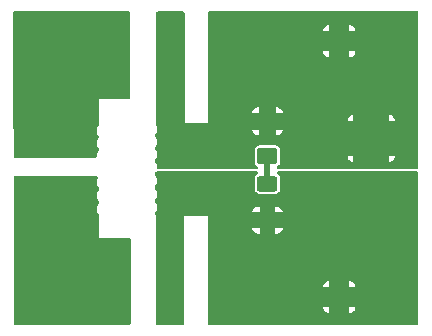
<source format=gbr>
%TF.GenerationSoftware,KiCad,Pcbnew,8.0.1*%
%TF.CreationDate,2024-04-06T18:31:26-05:00*%
%TF.ProjectId,Banana to Screw Terminal,42616e61-6e61-4207-946f-205363726577,2*%
%TF.SameCoordinates,Original*%
%TF.FileFunction,Copper,L1,Top*%
%TF.FilePolarity,Positive*%
%FSLAX46Y46*%
G04 Gerber Fmt 4.6, Leading zero omitted, Abs format (unit mm)*
G04 Created by KiCad (PCBNEW 8.0.1) date 2024-04-06 18:31:26*
%MOMM*%
%LPD*%
G01*
G04 APERTURE LIST*
G04 Aperture macros list*
%AMRoundRect*
0 Rectangle with rounded corners*
0 $1 Rounding radius*
0 $2 $3 $4 $5 $6 $7 $8 $9 X,Y pos of 4 corners*
0 Add a 4 corners polygon primitive as box body*
4,1,4,$2,$3,$4,$5,$6,$7,$8,$9,$2,$3,0*
0 Add four circle primitives for the rounded corners*
1,1,$1+$1,$2,$3*
1,1,$1+$1,$4,$5*
1,1,$1+$1,$6,$7*
1,1,$1+$1,$8,$9*
0 Add four rect primitives between the rounded corners*
20,1,$1+$1,$2,$3,$4,$5,0*
20,1,$1+$1,$4,$5,$6,$7,0*
20,1,$1+$1,$6,$7,$8,$9,0*
20,1,$1+$1,$8,$9,$2,$3,0*%
G04 Aperture macros list end*
%TA.AperFunction,ComponentPad*%
%ADD10R,3.000000X3.000000*%
%TD*%
%TA.AperFunction,ComponentPad*%
%ADD11C,3.000000*%
%TD*%
%TA.AperFunction,ComponentPad*%
%ADD12R,1.700000X1.700000*%
%TD*%
%TA.AperFunction,ComponentPad*%
%ADD13C,0.800000*%
%TD*%
%TA.AperFunction,ComponentPad*%
%ADD14C,6.400000*%
%TD*%
%TA.AperFunction,SMDPad,CuDef*%
%ADD15RoundRect,0.250000X0.625000X-0.400000X0.625000X0.400000X-0.625000X0.400000X-0.625000X-0.400000X0*%
%TD*%
%TA.AperFunction,SMDPad,CuDef*%
%ADD16RoundRect,0.250001X-0.624999X0.462499X-0.624999X-0.462499X0.624999X-0.462499X0.624999X0.462499X0*%
%TD*%
%TA.AperFunction,ViaPad*%
%ADD17C,0.800000*%
%TD*%
%TA.AperFunction,Conductor*%
%ADD18C,0.250000*%
%TD*%
%TA.AperFunction,Conductor*%
%ADD19C,0.500000*%
%TD*%
G04 APERTURE END LIST*
D10*
%TO.P,J1,1,Pin_1*%
%TO.N,GND*%
X155575000Y-96901000D03*
D11*
%TO.P,J1,2,Pin_2*%
%TO.N,/Positive*%
X155575000Y-101981000D03*
%TD*%
D12*
%TO.P,J3,1,Pin_1*%
%TO.N,GND*%
X152882600Y-88671400D03*
%TD*%
D13*
%TO.P,H1,1,1*%
%TO.N,/Positive*%
X126600138Y-108968250D03*
X127303082Y-107271194D03*
X127303082Y-110665306D03*
X129000138Y-106568250D03*
D14*
X129000138Y-108968250D03*
D13*
X129000138Y-111368250D03*
X130697194Y-107271194D03*
X130697194Y-110665306D03*
X131400138Y-108968250D03*
%TD*%
D12*
%TO.P,J2,1,Pin_1*%
%TO.N,/Positive*%
X152882600Y-110337600D03*
%TD*%
D15*
%TO.P,R1,1*%
%TO.N,/Positive*%
X146790000Y-103820000D03*
%TO.P,R1,2*%
%TO.N,Net-(D1-A)*%
X146790000Y-100720000D03*
%TD*%
D13*
%TO.P,H2,1,1*%
%TO.N,GND*%
X126600138Y-89918250D03*
X127303082Y-88221194D03*
X127303082Y-91615306D03*
X129000138Y-87518250D03*
D14*
X129000138Y-89918250D03*
D13*
X129000138Y-92318250D03*
X130697194Y-88221194D03*
X130697194Y-91615306D03*
X131400138Y-89918250D03*
%TD*%
D16*
%TO.P,D1,1,K*%
%TO.N,GND*%
X146790000Y-95432500D03*
%TO.P,D1,2,A*%
%TO.N,Net-(D1-A)*%
X146790000Y-98407500D03*
%TD*%
D17*
%TO.N,GND*%
X144856200Y-86588600D03*
X144856200Y-95250000D03*
X144856200Y-88320880D03*
X144856200Y-90053160D03*
X144856200Y-91785440D03*
X144856200Y-93517720D03*
%TO.N,/Positive*%
X144856200Y-110535720D03*
X144856200Y-105415080D03*
X144856200Y-107121960D03*
X144856200Y-103708200D03*
X144856200Y-108828840D03*
X144856200Y-112242600D03*
%TD*%
D18*
%TO.N,GND*%
X138500000Y-88450000D02*
X138500000Y-91250000D01*
D19*
%TO.N,Net-(D1-A)*%
X146790000Y-98407500D02*
X146790000Y-100720000D01*
%TD*%
%TA.AperFunction,Conductor*%
%TO.N,/Positive*%
G36*
X133225000Y-106000000D02*
G01*
X133225000Y-112689747D01*
X125455059Y-112689455D01*
X125388021Y-112669768D01*
X125342268Y-112616962D01*
X125331064Y-112565740D01*
X125315796Y-105928517D01*
X125313744Y-105036255D01*
X125575000Y-104775000D01*
X132000000Y-104775000D01*
X133225000Y-106000000D01*
G37*
%TD.AperFunction*%
%TD*%
%TA.AperFunction,Conductor*%
%TO.N,GND*%
G36*
X133325000Y-92575000D02*
G01*
X131875000Y-94025000D01*
X125288416Y-94025000D01*
X125270485Y-86230206D01*
X125290016Y-86163125D01*
X125342714Y-86117248D01*
X125394407Y-86105924D01*
X133325000Y-86101108D01*
X133325000Y-92575000D01*
G37*
%TD.AperFunction*%
%TD*%
%TA.AperFunction,Conductor*%
%TO.N,/Positive*%
G36*
X145936631Y-99719685D02*
G01*
X145982386Y-99772489D01*
X145992330Y-99841647D01*
X145963305Y-99905203D01*
X145943225Y-99923770D01*
X145842851Y-99997848D01*
X145762207Y-100107117D01*
X145762206Y-100107119D01*
X145717353Y-100235299D01*
X145714500Y-100265730D01*
X145714500Y-101174269D01*
X145717353Y-101204699D01*
X145717353Y-101204701D01*
X145762206Y-101332880D01*
X145762207Y-101332882D01*
X145842850Y-101442150D01*
X145952118Y-101522793D01*
X145991854Y-101536697D01*
X146080299Y-101567646D01*
X146110730Y-101570500D01*
X146110734Y-101570500D01*
X147469270Y-101570500D01*
X147499699Y-101567646D01*
X147499701Y-101567646D01*
X147563790Y-101545219D01*
X147627882Y-101522793D01*
X147737150Y-101442150D01*
X147817793Y-101332882D01*
X147846722Y-101250207D01*
X147862646Y-101204701D01*
X147862646Y-101204699D01*
X147865500Y-101174269D01*
X147865500Y-100265730D01*
X147862646Y-100235299D01*
X147817793Y-100107119D01*
X147817792Y-100107117D01*
X147737150Y-99997850D01*
X147737148Y-99997849D01*
X147737148Y-99997848D01*
X147636775Y-99923770D01*
X147594524Y-99868123D01*
X147589065Y-99798467D01*
X147622132Y-99736917D01*
X147683226Y-99703016D01*
X147710408Y-99700000D01*
X154966762Y-99700000D01*
X156183238Y-99700000D01*
X159457000Y-99700000D01*
X159524039Y-99719685D01*
X159569794Y-99772489D01*
X159581000Y-99824000D01*
X159581000Y-112575800D01*
X159561315Y-112642839D01*
X159508511Y-112688594D01*
X159457000Y-112699800D01*
X141855848Y-112699800D01*
X141788809Y-112680115D01*
X141743054Y-112627311D01*
X141731848Y-112575952D01*
X141731745Y-112492178D01*
X141730148Y-111187600D01*
X151532600Y-111187600D01*
X151532600Y-111235444D01*
X151539001Y-111294972D01*
X151539003Y-111294979D01*
X151589245Y-111429686D01*
X151589249Y-111429693D01*
X151675409Y-111544787D01*
X151675412Y-111544790D01*
X151790506Y-111630950D01*
X151790513Y-111630954D01*
X151925220Y-111681196D01*
X151925227Y-111681198D01*
X151984755Y-111687599D01*
X151984772Y-111687600D01*
X152032600Y-111687600D01*
X152032600Y-111187600D01*
X153732600Y-111187600D01*
X153732600Y-111687600D01*
X153780428Y-111687600D01*
X153780444Y-111687599D01*
X153839972Y-111681198D01*
X153839979Y-111681196D01*
X153974686Y-111630954D01*
X153974693Y-111630950D01*
X154089787Y-111544790D01*
X154089790Y-111544787D01*
X154175950Y-111429693D01*
X154175954Y-111429686D01*
X154226196Y-111294979D01*
X154226198Y-111294972D01*
X154232599Y-111235444D01*
X154232600Y-111235427D01*
X154232600Y-111187600D01*
X153732600Y-111187600D01*
X152032600Y-111187600D01*
X151532600Y-111187600D01*
X141730148Y-111187600D01*
X141729188Y-110403426D01*
X152382600Y-110403426D01*
X152416675Y-110530593D01*
X152482501Y-110644607D01*
X152575593Y-110737699D01*
X152689607Y-110803525D01*
X152816774Y-110837600D01*
X152948426Y-110837600D01*
X153075593Y-110803525D01*
X153189607Y-110737699D01*
X153282699Y-110644607D01*
X153348525Y-110530593D01*
X153382600Y-110403426D01*
X153382600Y-110271774D01*
X153348525Y-110144607D01*
X153282699Y-110030593D01*
X153189607Y-109937501D01*
X153075593Y-109871675D01*
X152948426Y-109837600D01*
X152816774Y-109837600D01*
X152689607Y-109871675D01*
X152575593Y-109937501D01*
X152482501Y-110030593D01*
X152416675Y-110144607D01*
X152382600Y-110271774D01*
X152382600Y-110403426D01*
X141729188Y-110403426D01*
X141728067Y-109487600D01*
X151532600Y-109487600D01*
X152032600Y-109487600D01*
X152032600Y-108987600D01*
X153732600Y-108987600D01*
X153732600Y-109487600D01*
X154232600Y-109487600D01*
X154232600Y-109439772D01*
X154232599Y-109439755D01*
X154226198Y-109380227D01*
X154226196Y-109380220D01*
X154175954Y-109245513D01*
X154175950Y-109245506D01*
X154089790Y-109130412D01*
X154089787Y-109130409D01*
X153974693Y-109044249D01*
X153974686Y-109044245D01*
X153839979Y-108994003D01*
X153839972Y-108994001D01*
X153780444Y-108987600D01*
X153732600Y-108987600D01*
X152032600Y-108987600D01*
X151984755Y-108987600D01*
X151925227Y-108994001D01*
X151925220Y-108994003D01*
X151790513Y-109044245D01*
X151790506Y-109044249D01*
X151675412Y-109130409D01*
X151675409Y-109130412D01*
X151589249Y-109245506D01*
X151589245Y-109245513D01*
X151539003Y-109380220D01*
X151539001Y-109380227D01*
X151532600Y-109439755D01*
X151532600Y-109487600D01*
X141728067Y-109487600D01*
X141721926Y-104470000D01*
X145457737Y-104470000D01*
X145480641Y-104539120D01*
X145572684Y-104688345D01*
X145696654Y-104812315D01*
X145845875Y-104904356D01*
X145845880Y-104904358D01*
X146012302Y-104959505D01*
X146012309Y-104959506D01*
X146115019Y-104969999D01*
X146140000Y-104969998D01*
X146140000Y-104470000D01*
X147440000Y-104470000D01*
X147440000Y-104969999D01*
X147464972Y-104969999D01*
X147464986Y-104969998D01*
X147567697Y-104959505D01*
X147734119Y-104904358D01*
X147734124Y-104904356D01*
X147883345Y-104812315D01*
X148007315Y-104688345D01*
X148099358Y-104539120D01*
X148122263Y-104470000D01*
X147440000Y-104470000D01*
X146140000Y-104470000D01*
X145457737Y-104470000D01*
X141721926Y-104470000D01*
X141720678Y-103450000D01*
X139725000Y-103450000D01*
X139747246Y-111681198D01*
X139749664Y-112575665D01*
X139730160Y-112642757D01*
X139677480Y-112688655D01*
X139625664Y-112700000D01*
X137499009Y-112700000D01*
X137431970Y-112680315D01*
X137386215Y-112627511D01*
X137375009Y-112575991D01*
X137375010Y-112575800D01*
X137375709Y-103432600D01*
X137375709Y-103432599D01*
X137362670Y-103419559D01*
X137340041Y-103412915D01*
X137294286Y-103360111D01*
X137283080Y-103308600D01*
X137283080Y-103209507D01*
X137294681Y-103170000D01*
X145457737Y-103170000D01*
X146140000Y-103170000D01*
X146140000Y-102670000D01*
X147440000Y-102670000D01*
X147440000Y-103170000D01*
X148122262Y-103170000D01*
X148099358Y-103100879D01*
X148007315Y-102951654D01*
X147883345Y-102827684D01*
X147734124Y-102735643D01*
X147734119Y-102735641D01*
X147567697Y-102680494D01*
X147567690Y-102680493D01*
X147464986Y-102670000D01*
X147440000Y-102670000D01*
X146140000Y-102670000D01*
X146140000Y-102669999D01*
X146115029Y-102670000D01*
X146115010Y-102670001D01*
X146012302Y-102680494D01*
X145845880Y-102735641D01*
X145845875Y-102735643D01*
X145696654Y-102827684D01*
X145572684Y-102951654D01*
X145480641Y-103100879D01*
X145457737Y-103170000D01*
X137294681Y-103170000D01*
X137302765Y-103142468D01*
X137319399Y-103121826D01*
X137344513Y-103096712D01*
X137419292Y-102967192D01*
X137458000Y-102822731D01*
X137458000Y-102673173D01*
X137419292Y-102528712D01*
X137344513Y-102399192D01*
X137319399Y-102374078D01*
X137285914Y-102312755D01*
X137283080Y-102286397D01*
X137283080Y-102073031D01*
X137288124Y-102055853D01*
X154815000Y-102055853D01*
X154844207Y-102202684D01*
X154901497Y-102340995D01*
X154984670Y-102465472D01*
X155090528Y-102571330D01*
X155215005Y-102654503D01*
X155353316Y-102711793D01*
X155500147Y-102741000D01*
X155649853Y-102741000D01*
X155796684Y-102711793D01*
X155934995Y-102654503D01*
X156059472Y-102571330D01*
X156165330Y-102465472D01*
X156248503Y-102340995D01*
X156305793Y-102202684D01*
X156335000Y-102055853D01*
X156335000Y-101906147D01*
X156305793Y-101759316D01*
X156248503Y-101621005D01*
X156165330Y-101496528D01*
X156059472Y-101390670D01*
X155934995Y-101307497D01*
X155796684Y-101250207D01*
X155649853Y-101221000D01*
X155500147Y-101221000D01*
X155353316Y-101250207D01*
X155215005Y-101307497D01*
X155090528Y-101390670D01*
X154984670Y-101496528D01*
X154901497Y-101621005D01*
X154844207Y-101759316D01*
X154815000Y-101906147D01*
X154815000Y-102055853D01*
X137288124Y-102055853D01*
X137302765Y-102005992D01*
X137319399Y-101985350D01*
X137344513Y-101960236D01*
X137419292Y-101830716D01*
X137458000Y-101686255D01*
X137458000Y-101536697D01*
X137419292Y-101392236D01*
X137344513Y-101262716D01*
X137319399Y-101237602D01*
X137285914Y-101176279D01*
X137283080Y-101149921D01*
X137283080Y-100936555D01*
X137302765Y-100869516D01*
X137319399Y-100848874D01*
X137344513Y-100823760D01*
X137419292Y-100694240D01*
X137458000Y-100549779D01*
X137458000Y-100400221D01*
X137419292Y-100255760D01*
X137344513Y-100126240D01*
X137319399Y-100101126D01*
X137285914Y-100039803D01*
X137283080Y-100013445D01*
X137283080Y-99824000D01*
X137302765Y-99756961D01*
X137355569Y-99711206D01*
X137407080Y-99700000D01*
X145869592Y-99700000D01*
X145936631Y-99719685D01*
G37*
%TD.AperFunction*%
%TA.AperFunction,Conductor*%
G36*
X132368773Y-100113335D02*
G01*
X132414528Y-100166139D01*
X132424472Y-100235297D01*
X132409121Y-100279651D01*
X132362202Y-100360914D01*
X132323494Y-100505377D01*
X132323494Y-100654934D01*
X132362202Y-100799397D01*
X132390768Y-100848874D01*
X132436981Y-100928916D01*
X132436983Y-100928918D01*
X132471561Y-100963496D01*
X132505046Y-101024819D01*
X132507880Y-101051177D01*
X132507880Y-101245611D01*
X132488195Y-101312650D01*
X132471561Y-101333292D01*
X132436983Y-101367869D01*
X132436981Y-101367872D01*
X132362202Y-101497390D01*
X132323494Y-101641853D01*
X132323494Y-101791410D01*
X132362202Y-101935873D01*
X132390768Y-101985350D01*
X132436981Y-102065392D01*
X132436983Y-102065394D01*
X132471561Y-102099972D01*
X132505046Y-102161295D01*
X132507880Y-102187653D01*
X132507880Y-102382087D01*
X132488195Y-102449126D01*
X132471561Y-102469768D01*
X132436983Y-102504345D01*
X132436981Y-102504348D01*
X132362202Y-102633866D01*
X132323494Y-102778329D01*
X132323494Y-102927886D01*
X132362202Y-103072349D01*
X132390768Y-103121826D01*
X132436981Y-103201868D01*
X132436983Y-103201870D01*
X132471561Y-103236448D01*
X132505046Y-103297771D01*
X132507880Y-103324129D01*
X132507880Y-103421611D01*
X132522166Y-103447774D01*
X132525000Y-103474132D01*
X132525000Y-105300000D01*
X135076000Y-105300000D01*
X135143039Y-105319685D01*
X135188794Y-105372489D01*
X135200000Y-105424000D01*
X135200000Y-112565818D01*
X135180315Y-112632857D01*
X135127511Y-112678612D01*
X135075995Y-112689818D01*
X130299213Y-112689638D01*
X130232175Y-112669951D01*
X130186422Y-112617145D01*
X130176481Y-112547986D01*
X130205508Y-112484432D01*
X130254780Y-112449874D01*
X130331132Y-112420564D01*
X129000138Y-111089570D01*
X127669142Y-112420564D01*
X127745239Y-112449776D01*
X127800771Y-112492178D01*
X127824564Y-112557872D01*
X127809062Y-112626000D01*
X127759189Y-112674933D01*
X127700796Y-112689540D01*
X125455059Y-112689455D01*
X125388021Y-112669768D01*
X125342268Y-112616962D01*
X125331064Y-112565740D01*
X125331046Y-112557872D01*
X125326458Y-110563436D01*
X125328042Y-110563433D01*
X125326424Y-110548550D01*
X125326061Y-110390859D01*
X125345590Y-110323780D01*
X125398289Y-110277904D01*
X125467424Y-110267801D01*
X125526904Y-110294798D01*
X125547822Y-110299245D01*
X126752895Y-109094173D01*
X127400138Y-109094173D01*
X127439535Y-109342918D01*
X127517359Y-109582437D01*
X127631695Y-109806833D01*
X127779726Y-110010580D01*
X127957808Y-110188662D01*
X128161555Y-110336693D01*
X128385951Y-110451029D01*
X128625470Y-110528853D01*
X128874215Y-110568250D01*
X129126061Y-110568250D01*
X129374806Y-110528853D01*
X129614325Y-110451029D01*
X129838721Y-110336693D01*
X130042468Y-110188662D01*
X130220550Y-110010580D01*
X130368581Y-109806833D01*
X130482917Y-109582437D01*
X130560741Y-109342918D01*
X130600138Y-109094173D01*
X130600138Y-108968250D01*
X131121458Y-108968250D01*
X132452452Y-110299244D01*
X132523876Y-110113181D01*
X132624250Y-109738580D01*
X132624251Y-109738573D01*
X132684918Y-109355537D01*
X132705216Y-108968250D01*
X132705216Y-108968249D01*
X132684918Y-108580962D01*
X132624251Y-108197926D01*
X132624250Y-108197919D01*
X132523875Y-107823313D01*
X132452452Y-107637253D01*
X131121458Y-108968249D01*
X131121458Y-108968250D01*
X130600138Y-108968250D01*
X130600138Y-108842327D01*
X130560741Y-108593582D01*
X130482917Y-108354063D01*
X130368581Y-108129667D01*
X130220550Y-107925920D01*
X130042468Y-107747838D01*
X129838721Y-107599807D01*
X129614325Y-107485471D01*
X129374806Y-107407647D01*
X129126061Y-107368250D01*
X128874215Y-107368250D01*
X128625470Y-107407647D01*
X128385951Y-107485471D01*
X128161555Y-107599807D01*
X127957808Y-107747838D01*
X127779726Y-107925920D01*
X127631695Y-108129667D01*
X127517359Y-108354063D01*
X127439535Y-108593582D01*
X127400138Y-108842327D01*
X127400138Y-109094173D01*
X126752895Y-109094173D01*
X126878818Y-108968250D01*
X126878818Y-108968249D01*
X125547822Y-107637253D01*
X125534245Y-107640139D01*
X125516917Y-107662834D01*
X125451223Y-107686626D01*
X125383094Y-107671124D01*
X125334162Y-107621250D01*
X125319557Y-107563152D01*
X125319145Y-107384041D01*
X125322974Y-107384033D01*
X125322605Y-107380636D01*
X125319137Y-107380643D01*
X125314848Y-105515934D01*
X127669142Y-105515934D01*
X129000138Y-106846930D01*
X129000139Y-106846930D01*
X130331133Y-105515934D01*
X130145074Y-105444512D01*
X129770468Y-105344137D01*
X129770461Y-105344136D01*
X129387425Y-105283469D01*
X129000139Y-105263172D01*
X129000137Y-105263172D01*
X128612850Y-105283469D01*
X128229814Y-105344136D01*
X128229807Y-105344137D01*
X127855201Y-105444512D01*
X127669142Y-105515934D01*
X125314848Y-105515934D01*
X125302661Y-100217933D01*
X125322192Y-100150851D01*
X125374890Y-100104974D01*
X125426661Y-100093650D01*
X132301734Y-100093650D01*
X132368773Y-100113335D01*
G37*
%TD.AperFunction*%
%TD*%
%TA.AperFunction,Conductor*%
%TO.N,GND*%
G36*
X159524039Y-86125685D02*
G01*
X159569794Y-86178489D01*
X159581000Y-86230000D01*
X159581000Y-99370500D01*
X159561315Y-99437539D01*
X159508511Y-99483294D01*
X159457000Y-99494500D01*
X147710405Y-99494500D01*
X147708711Y-99494547D01*
X147708710Y-99494500D01*
X147708696Y-99494500D01*
X147708696Y-99494006D01*
X147708694Y-99493949D01*
X147642898Y-99478508D01*
X147594305Y-99428302D01*
X147580570Y-99359796D01*
X147606052Y-99294739D01*
X147630454Y-99270894D01*
X147737150Y-99192150D01*
X147817793Y-99082882D01*
X147862646Y-98954698D01*
X147865500Y-98924265D01*
X147865499Y-98401000D01*
X153575000Y-98401000D01*
X153575000Y-98448844D01*
X153581401Y-98508372D01*
X153581403Y-98508379D01*
X153631645Y-98643086D01*
X153631649Y-98643093D01*
X153717809Y-98758187D01*
X153717812Y-98758190D01*
X153832906Y-98844350D01*
X153832913Y-98844354D01*
X153967620Y-98894596D01*
X153967627Y-98894598D01*
X154027155Y-98900999D01*
X154027172Y-98901000D01*
X154075000Y-98901000D01*
X154075000Y-98401000D01*
X157075000Y-98401000D01*
X157075000Y-98901000D01*
X157122828Y-98901000D01*
X157122844Y-98900999D01*
X157182372Y-98894598D01*
X157182379Y-98894596D01*
X157317086Y-98844354D01*
X157317093Y-98844350D01*
X157432187Y-98758190D01*
X157432190Y-98758187D01*
X157518350Y-98643093D01*
X157518354Y-98643086D01*
X157568596Y-98508379D01*
X157568598Y-98508372D01*
X157574999Y-98448844D01*
X157575000Y-98448827D01*
X157575000Y-98401000D01*
X157075000Y-98401000D01*
X154075000Y-98401000D01*
X153575000Y-98401000D01*
X147865499Y-98401000D01*
X147865499Y-97890736D01*
X147862646Y-97860302D01*
X147817793Y-97732118D01*
X147737150Y-97622850D01*
X147656506Y-97563332D01*
X147627881Y-97542206D01*
X147499695Y-97497353D01*
X147499698Y-97497353D01*
X147469268Y-97494500D01*
X146110741Y-97494500D01*
X146080301Y-97497354D01*
X146080300Y-97497354D01*
X145952118Y-97542206D01*
X145842850Y-97622850D01*
X145762206Y-97732118D01*
X145717353Y-97860302D01*
X145714500Y-97890731D01*
X145714500Y-98924258D01*
X145717354Y-98954698D01*
X145717354Y-98954699D01*
X145762206Y-99082881D01*
X145762207Y-99082882D01*
X145842850Y-99192150D01*
X145949502Y-99270862D01*
X145991752Y-99326509D01*
X145997211Y-99396165D01*
X145964144Y-99457715D01*
X145903050Y-99491616D01*
X145874021Y-99493792D01*
X145874021Y-99494500D01*
X137582000Y-99494500D01*
X137514961Y-99474815D01*
X137469206Y-99422011D01*
X137458000Y-99370500D01*
X137458000Y-99238347D01*
X137458000Y-99238345D01*
X137419292Y-99093884D01*
X137344513Y-98964364D01*
X137319399Y-98939250D01*
X137285914Y-98877927D01*
X137283080Y-98851569D01*
X137283080Y-98728199D01*
X137302765Y-98661160D01*
X137319399Y-98640518D01*
X137344513Y-98615404D01*
X137419292Y-98485884D01*
X137458000Y-98341423D01*
X137458000Y-98191865D01*
X137419292Y-98047404D01*
X137344513Y-97917884D01*
X137319399Y-97892770D01*
X137285914Y-97831447D01*
X137283080Y-97805089D01*
X137283080Y-97656319D01*
X137302765Y-97589280D01*
X137319399Y-97568638D01*
X137344513Y-97543524D01*
X137419292Y-97414004D01*
X137458000Y-97269543D01*
X137458000Y-97119985D01*
X137419380Y-96975853D01*
X154815000Y-96975853D01*
X154844207Y-97122684D01*
X154901497Y-97260995D01*
X154984670Y-97385472D01*
X155090528Y-97491330D01*
X155215005Y-97574503D01*
X155353316Y-97631793D01*
X155500147Y-97661000D01*
X155649853Y-97661000D01*
X155796684Y-97631793D01*
X155934995Y-97574503D01*
X156059472Y-97491330D01*
X156165330Y-97385472D01*
X156248503Y-97260995D01*
X156305793Y-97122684D01*
X156335000Y-96975853D01*
X156335000Y-96826147D01*
X156305793Y-96679316D01*
X156248503Y-96541005D01*
X156165330Y-96416528D01*
X156059472Y-96310670D01*
X155934995Y-96227497D01*
X155796684Y-96170207D01*
X155649853Y-96141000D01*
X155500147Y-96141000D01*
X155353316Y-96170207D01*
X155215005Y-96227497D01*
X155090528Y-96310670D01*
X154984670Y-96416528D01*
X154901497Y-96541005D01*
X154844207Y-96679316D01*
X154815000Y-96826147D01*
X154815000Y-96975853D01*
X137419380Y-96975853D01*
X137419292Y-96975524D01*
X137344513Y-96846004D01*
X137319399Y-96820890D01*
X137285914Y-96759567D01*
X137283080Y-96733209D01*
X137283080Y-96584439D01*
X137302765Y-96517400D01*
X137319399Y-96496758D01*
X137328842Y-96487315D01*
X137344513Y-96471644D01*
X137419292Y-96342124D01*
X137458000Y-96197663D01*
X137458000Y-96145000D01*
X145457737Y-96145000D01*
X145480639Y-96214116D01*
X145572684Y-96363344D01*
X145696655Y-96487315D01*
X145845876Y-96579356D01*
X145845881Y-96579358D01*
X146012303Y-96634505D01*
X146077499Y-96641166D01*
X146077500Y-96641165D01*
X146077500Y-96145000D01*
X147502500Y-96145000D01*
X147502500Y-96641166D01*
X147567696Y-96634505D01*
X147734118Y-96579358D01*
X147734123Y-96579356D01*
X147883344Y-96487315D01*
X148007315Y-96363344D01*
X148099360Y-96214116D01*
X148122262Y-96145000D01*
X147502500Y-96145000D01*
X146077500Y-96145000D01*
X145457737Y-96145000D01*
X137458000Y-96145000D01*
X137458000Y-96048105D01*
X137419292Y-95903644D01*
X137344513Y-95774124D01*
X137344511Y-95774122D01*
X137340449Y-95767086D01*
X137343101Y-95765554D01*
X137323145Y-95713961D01*
X137337171Y-95645513D01*
X137359106Y-95615866D01*
X137374998Y-95599999D01*
X137375000Y-95600000D01*
X137373402Y-86273412D01*
X137393075Y-86206370D01*
X137445871Y-86160606D01*
X137497434Y-86149392D01*
X139651036Y-86149966D01*
X139718067Y-86169668D01*
X139763808Y-86222485D01*
X139775000Y-86273966D01*
X139775012Y-94800000D01*
X139775012Y-94800002D01*
X139774999Y-95599999D01*
X139775000Y-95600000D01*
X141732000Y-95600000D01*
X141732000Y-95401000D01*
X153575000Y-95401000D01*
X154075000Y-95401000D01*
X154075000Y-94901000D01*
X157075000Y-94901000D01*
X157075000Y-95401000D01*
X157575000Y-95401000D01*
X157575000Y-95353172D01*
X157574999Y-95353155D01*
X157568598Y-95293627D01*
X157568596Y-95293620D01*
X157518354Y-95158913D01*
X157518350Y-95158906D01*
X157432190Y-95043812D01*
X157432187Y-95043809D01*
X157317093Y-94957649D01*
X157317086Y-94957645D01*
X157182379Y-94907403D01*
X157182372Y-94907401D01*
X157122844Y-94901000D01*
X157075000Y-94901000D01*
X154075000Y-94901000D01*
X154027155Y-94901000D01*
X153967627Y-94907401D01*
X153967620Y-94907403D01*
X153832913Y-94957645D01*
X153832906Y-94957649D01*
X153717812Y-95043809D01*
X153717809Y-95043812D01*
X153631649Y-95158906D01*
X153631645Y-95158913D01*
X153581403Y-95293620D01*
X153581401Y-95293627D01*
X153575000Y-95353155D01*
X153575000Y-95401000D01*
X141732000Y-95401000D01*
X141732000Y-94719999D01*
X145457737Y-94719999D01*
X145457738Y-94720000D01*
X146077500Y-94720000D01*
X146077500Y-94223833D01*
X147502500Y-94223833D01*
X147502500Y-94720000D01*
X148122262Y-94720000D01*
X148122262Y-94719999D01*
X148099360Y-94650883D01*
X148007315Y-94501655D01*
X147883344Y-94377684D01*
X147734123Y-94285643D01*
X147734118Y-94285641D01*
X147567696Y-94230494D01*
X147567689Y-94230493D01*
X147502500Y-94223833D01*
X146077500Y-94223833D01*
X146077499Y-94223833D01*
X146012310Y-94230493D01*
X146012303Y-94230494D01*
X145845881Y-94285641D01*
X145845876Y-94285643D01*
X145696655Y-94377684D01*
X145572684Y-94501655D01*
X145480639Y-94650883D01*
X145457737Y-94719999D01*
X141732000Y-94719999D01*
X141732000Y-89521400D01*
X151532600Y-89521400D01*
X151532600Y-89569244D01*
X151539001Y-89628772D01*
X151539003Y-89628779D01*
X151589245Y-89763486D01*
X151589249Y-89763493D01*
X151675409Y-89878587D01*
X151675412Y-89878590D01*
X151790506Y-89964750D01*
X151790513Y-89964754D01*
X151925220Y-90014996D01*
X151925227Y-90014998D01*
X151984755Y-90021399D01*
X151984772Y-90021400D01*
X152032600Y-90021400D01*
X152032600Y-89521400D01*
X153732600Y-89521400D01*
X153732600Y-90021400D01*
X153780428Y-90021400D01*
X153780444Y-90021399D01*
X153839972Y-90014998D01*
X153839979Y-90014996D01*
X153974686Y-89964754D01*
X153974693Y-89964750D01*
X154089787Y-89878590D01*
X154089790Y-89878587D01*
X154175950Y-89763493D01*
X154175954Y-89763486D01*
X154226196Y-89628779D01*
X154226198Y-89628772D01*
X154232599Y-89569244D01*
X154232600Y-89569227D01*
X154232600Y-89521400D01*
X153732600Y-89521400D01*
X152032600Y-89521400D01*
X151532600Y-89521400D01*
X141732000Y-89521400D01*
X141732000Y-88737226D01*
X152382600Y-88737226D01*
X152416675Y-88864393D01*
X152482501Y-88978407D01*
X152575593Y-89071499D01*
X152689607Y-89137325D01*
X152816774Y-89171400D01*
X152948426Y-89171400D01*
X153075593Y-89137325D01*
X153189607Y-89071499D01*
X153282699Y-88978407D01*
X153348525Y-88864393D01*
X153382600Y-88737226D01*
X153382600Y-88605574D01*
X153348525Y-88478407D01*
X153282699Y-88364393D01*
X153189607Y-88271301D01*
X153075593Y-88205475D01*
X152948426Y-88171400D01*
X152816774Y-88171400D01*
X152689607Y-88205475D01*
X152575593Y-88271301D01*
X152482501Y-88364393D01*
X152416675Y-88478407D01*
X152382600Y-88605574D01*
X152382600Y-88737226D01*
X141732000Y-88737226D01*
X141732000Y-87821400D01*
X151532600Y-87821400D01*
X152032600Y-87821400D01*
X152032600Y-87321400D01*
X153732600Y-87321400D01*
X153732600Y-87821400D01*
X154232600Y-87821400D01*
X154232600Y-87773572D01*
X154232599Y-87773555D01*
X154226198Y-87714027D01*
X154226196Y-87714020D01*
X154175954Y-87579313D01*
X154175950Y-87579306D01*
X154089790Y-87464212D01*
X154089787Y-87464209D01*
X153974693Y-87378049D01*
X153974686Y-87378045D01*
X153839979Y-87327803D01*
X153839972Y-87327801D01*
X153780444Y-87321400D01*
X153732600Y-87321400D01*
X152032600Y-87321400D01*
X151984755Y-87321400D01*
X151925227Y-87327801D01*
X151925220Y-87327803D01*
X151790513Y-87378045D01*
X151790506Y-87378049D01*
X151675412Y-87464209D01*
X151675409Y-87464212D01*
X151589249Y-87579306D01*
X151589245Y-87579313D01*
X151539003Y-87714020D01*
X151539001Y-87714027D01*
X151532600Y-87773555D01*
X151532600Y-87821400D01*
X141732000Y-87821400D01*
X141732000Y-86230000D01*
X141751685Y-86162961D01*
X141804489Y-86117206D01*
X141856000Y-86106000D01*
X159457000Y-86106000D01*
X159524039Y-86125685D01*
G37*
%TD.AperFunction*%
%TA.AperFunction,Conductor*%
G36*
X135093392Y-86119719D02*
G01*
X135139179Y-86172495D01*
X135150415Y-86223659D01*
X135174582Y-93423784D01*
X135155123Y-93490889D01*
X135102473Y-93536821D01*
X135050583Y-93548200D01*
X132500000Y-93548200D01*
X132516804Y-95495688D01*
X132507880Y-95527080D01*
X132507880Y-95757019D01*
X132488195Y-95824058D01*
X132471561Y-95844700D01*
X132436983Y-95879277D01*
X132436981Y-95879280D01*
X132362202Y-96008798D01*
X132323494Y-96153261D01*
X132323494Y-96302818D01*
X132362202Y-96447281D01*
X132385316Y-96487315D01*
X132436981Y-96576800D01*
X132436983Y-96576802D01*
X132471561Y-96611380D01*
X132505046Y-96672703D01*
X132507880Y-96699061D01*
X132507880Y-96828899D01*
X132488195Y-96895938D01*
X132471561Y-96916580D01*
X132436983Y-96951157D01*
X132436981Y-96951160D01*
X132362202Y-97080678D01*
X132323494Y-97225141D01*
X132323494Y-97374698D01*
X132362202Y-97519161D01*
X132399591Y-97583920D01*
X132436981Y-97648680D01*
X132436983Y-97648682D01*
X132471561Y-97683260D01*
X132505046Y-97744583D01*
X132507880Y-97770941D01*
X132507880Y-97900779D01*
X132488195Y-97967818D01*
X132471561Y-97988460D01*
X132436983Y-98023037D01*
X132436981Y-98023040D01*
X132362202Y-98152558D01*
X132323494Y-98297021D01*
X132323494Y-98445650D01*
X132303809Y-98512689D01*
X132251005Y-98558444D01*
X132199494Y-98569650D01*
X125422585Y-98569650D01*
X125355546Y-98549965D01*
X125309791Y-98497161D01*
X125298585Y-98445935D01*
X125287472Y-93614883D01*
X128839037Y-93614883D01*
X129000137Y-93623327D01*
X129161238Y-93614883D01*
X129000139Y-93453784D01*
X128839037Y-93614883D01*
X125287472Y-93614883D01*
X125279395Y-90103457D01*
X125296876Y-90085977D01*
X125296889Y-90085962D01*
X125338678Y-90044173D01*
X127400138Y-90044173D01*
X127439535Y-90292918D01*
X127517359Y-90532437D01*
X127631695Y-90756833D01*
X127779726Y-90960580D01*
X127957808Y-91138662D01*
X128161555Y-91286693D01*
X128385951Y-91401029D01*
X128625470Y-91478853D01*
X128874215Y-91518250D01*
X129126061Y-91518250D01*
X129374806Y-91478853D01*
X129614325Y-91401029D01*
X129838721Y-91286693D01*
X130042468Y-91138662D01*
X130220550Y-90960580D01*
X130368581Y-90756833D01*
X130482917Y-90532437D01*
X130560741Y-90292918D01*
X130600138Y-90044173D01*
X130600138Y-89918251D01*
X132535672Y-89918251D01*
X132696771Y-90079350D01*
X132705216Y-89918250D01*
X132696771Y-89757149D01*
X132535672Y-89918250D01*
X132535672Y-89918251D01*
X130600138Y-89918251D01*
X130600138Y-89792327D01*
X130560741Y-89543582D01*
X130482917Y-89304063D01*
X130368581Y-89079667D01*
X130220550Y-88875920D01*
X130042468Y-88697838D01*
X129838721Y-88549807D01*
X129614325Y-88435471D01*
X129374806Y-88357647D01*
X129126061Y-88318250D01*
X128874215Y-88318250D01*
X128625470Y-88357647D01*
X128385951Y-88435471D01*
X128161555Y-88549807D01*
X127957808Y-88697838D01*
X127779726Y-88875920D01*
X127631695Y-89079667D01*
X127517359Y-89304063D01*
X127439535Y-89543582D01*
X127400138Y-89792327D01*
X127400138Y-90044173D01*
X125338678Y-90044173D01*
X125464603Y-89918249D01*
X125295930Y-89749576D01*
X125295928Y-89749573D01*
X125278541Y-89732186D01*
X125270485Y-86230206D01*
X125290016Y-86163125D01*
X125342714Y-86117248D01*
X125394407Y-86105924D01*
X128721326Y-86103904D01*
X128744134Y-86113343D01*
X128743244Y-86115492D01*
X128770762Y-86123551D01*
X128816554Y-86176323D01*
X128820406Y-86202984D01*
X129000137Y-86382715D01*
X129175347Y-86207505D01*
X129174929Y-86202350D01*
X129207829Y-86140711D01*
X129256694Y-86113421D01*
X129256521Y-86113004D01*
X129260097Y-86111521D01*
X129268831Y-86106644D01*
X129272991Y-86106175D01*
X129279286Y-86103565D01*
X135026341Y-86100075D01*
X135093392Y-86119719D01*
G37*
%TD.AperFunction*%
%TD*%
M02*

</source>
